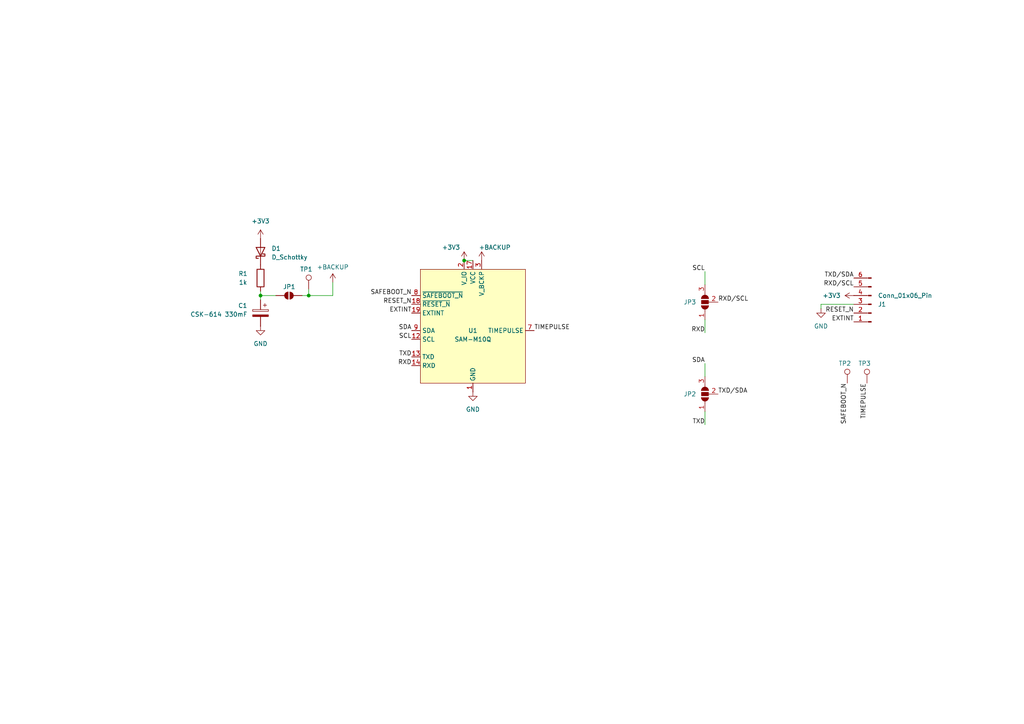
<source format=kicad_sch>
(kicad_sch (version 20250114) (generator "eeschema") (generator_version "9.0")
  (paper "A4")
  (lib_symbols
    (symbol "Connector:Conn_01x06_Pin" (pin_names (offset 1.016) (hide yes))
      (property "Reference" "J" (at 0 7.62 0))
      (property "Value" "Conn_01x06_Pin" (at 0 -10.16 0))
      (symbol "Conn_01x06_Pin_1_1"
        (rectangle (start 0.8636 5.207) (end 0 4.953) (stroke (width 0.1524)) (fill (type outline)))
        (rectangle (start 0.8636 2.667) (end 0 2.413) (stroke (width 0.1524)) (fill (type outline)))
        (rectangle (start 0.8636 0.127) (end 0 -0.127) (stroke (width 0.1524)) (fill (type outline)))
        (rectangle (start 0.8636 -2.413) (end 0 -2.667) (stroke (width 0.1524)) (fill (type outline)))
        (rectangle (start 0.8636 -4.953) (end 0 -5.207) (stroke (width 0.1524)) (fill (type outline)))
        (rectangle (start 0.8636 -7.493) (end 0 -7.747) (stroke (width 0.1524)) (fill (type outline)))
        (polyline (pts (xy 1.27 5.08) (xy 0.8636 5.08)) (stroke (width 0.1524)))
        (polyline (pts (xy 1.27 2.54) (xy 0.8636 2.54)) (stroke (width 0.1524)))
        (polyline (pts (xy 1.27 0) (xy 0.8636 0)) (stroke (width 0.1524)))
        (polyline (pts (xy 1.27 -2.54) (xy 0.8636 -2.54)) (stroke (width 0.1524)))
        (polyline (pts (xy 1.27 -5.08) (xy 0.8636 -5.08)) (stroke (width 0.1524)))
        (polyline (pts (xy 1.27 -7.62) (xy 0.8636 -7.62)) (stroke (width 0.1524)))
        (pin passive line (at 5.08 5.08 180) (length 3.81) (name "Pin_1") (number "1"))
        (pin passive line (at 5.08 2.54 180) (length 3.81) (name "Pin_2") (number "2"))
        (pin passive line (at 5.08 0 180) (length 3.81) (name "Pin_3") (number "3"))
        (pin passive line (at 5.08 -2.54 180) (length 3.81) (name "Pin_4") (number "4"))
        (pin passive line (at 5.08 -5.08 180) (length 3.81) (name "Pin_5") (number "5"))
        (pin passive line (at 5.08 -7.62 180) (length 3.81) (name "Pin_6") (number "6"))
      )
    )
    (symbol "Connector:TestPoint" (pin_numbers (hide yes)) (pin_names (offset 0.762) (hide yes))
      (property "Reference" "TP" (at 0 6.858 0))
      (property "Value" "TestPoint" (at 0 5.08 0))
      (symbol "TestPoint_0_1"
        (circle (center 0 3.302) (radius 0.762))
      )
      (symbol "TestPoint_1_1"
        (pin passive line (at 0 0 90) (length 2.54) (name "1") (number "1"))
      )
    )
    (symbol "Device:C_Polarized" (pin_numbers (hide yes)) (pin_names (offset 0.254))
      (property "Reference" "C" (at 0.635 2.54 0))
      (property "Value" "C_Polarized" (at 0.635 -2.54 0))
      (symbol "C_Polarized_0_1"
        (rectangle (start -2.286 0.508) (end 2.286 1.016))
        (polyline (pts (xy -1.778 2.286) (xy -0.762 2.286)))
        (polyline (pts (xy -1.27 2.794) (xy -1.27 1.778)))
        (rectangle (start 2.286 -0.508) (end -2.286 -1.016) (fill (type outline)))
      )
      (symbol "C_Polarized_1_1"
        (pin passive line (at 0 3.81 270) (length 2.794) (name "~") (number "1"))
        (pin passive line (at 0 -3.81 90) (length 2.794) (name "~") (number "2"))
      )
    )
    (symbol "Device:D_Schottky" (pin_numbers (hide yes)) (pin_names (offset 1.016) (hide yes))
      (property "Reference" "D" (at 0 2.54 0))
      (property "Value" "D_Schottky" (at 0 -2.54 0))
      (symbol "D_Schottky_0_1"
        (polyline (pts (xy -1.905 0.635) (xy -1.905 1.27) (xy -1.27 1.27) (xy -1.27 -1.27) (xy -0.635 -1.27) (xy -0.635 -0.635)) (stroke (width 0.254)))
        (polyline (pts (xy 1.27 1.27) (xy 1.27 -1.27) (xy -1.27 0) (xy 1.27 1.27)) (stroke (width 0.254)))
        (polyline (pts (xy 1.27 0) (xy -1.27 0)))
      )
      (symbol "D_Schottky_1_1"
        (pin passive line (at -3.81 0 0) (length 2.54) (name "K") (number "1"))
        (pin passive line (at 3.81 0 180) (length 2.54) (name "A") (number "2"))
      )
    )
    (symbol "Device:R" (pin_numbers (hide yes)) (pin_names (offset 0))
      (property "Reference" "R" (at 2.032 0 90))
      (property "Value" "R" (at 0 0 90))
      (symbol "R_0_1"
        (rectangle (start -1.016 -2.54) (end 1.016 2.54) (stroke (width 0.254)))
      )
      (symbol "R_1_1"
        (pin passive line (at 0 3.81 270) (length 1.27) (name "~") (number "1"))
        (pin passive line (at 0 -3.81 90) (length 1.27) (name "~") (number "2"))
      )
    )
    (symbol "Jumper:SolderJumper_2_Open" (pin_numbers (hide yes)) (pin_names (offset 0) (hide yes)) (in_bom no)
      (property "Reference" "JP" (at 0 2.032 0))
      (property "Value" "SolderJumper_2_Open" (at 0 -2.54 0))
      (symbol "SolderJumper_2_Open_0_1"
        (polyline (pts (xy -0.254 1.016) (xy -0.254 -1.016)))
        (arc (start -0.254 -1.016) (mid -1.2656 0) (end -0.254 1.016))
        (arc (start -0.254 -1.016) (mid -1.2656 0) (end -0.254 1.016) (fill (type outline)))
        (arc (start 0.254 1.016) (mid 1.2656 0) (end 0.254 -1.016))
        (arc (start 0.254 1.016) (mid 1.2656 0) (end 0.254 -1.016) (fill (type outline)))
        (polyline (pts (xy 0.254 1.016) (xy 0.254 -1.016)))
      )
      (symbol "SolderJumper_2_Open_1_1"
        (pin passive line (at -3.81 0 0) (length 2.54) (name "A") (number "1"))
        (pin passive line (at 3.81 0 180) (length 2.54) (name "B") (number "2"))
      )
    )
    (symbol "Jumper:SolderJumper_3_Open" (pin_names (offset 0) (hide yes)) (in_bom no)
      (property "Reference" "JP" (at -2.54 -2.54 0))
      (property "Value" "SolderJumper_3_Open" (at 0 2.794 0))
      (symbol "SolderJumper_3_Open_0_1"
        (polyline (pts (xy -2.54 0) (xy -2.032 0)))
        (polyline (pts (xy -1.016 1.016) (xy -1.016 -1.016)))
        (arc (start -1.016 -1.016) (mid -2.0276 0) (end -1.016 1.016))
        (arc (start -1.016 -1.016) (mid -2.0276 0) (end -1.016 1.016) (fill (type outline)))
        (rectangle (start -0.508 1.016) (end 0.508 -1.016) (fill (type outline)))
        (polyline (pts (xy 0 -1.27) (xy 0 -1.016)))
        (arc (start 1.016 1.016) (mid 2.0276 0) (end 1.016 -1.016))
        (arc (start 1.016 1.016) (mid 2.0276 0) (end 1.016 -1.016) (fill (type outline)))
        (polyline (pts (xy 1.016 1.016) (xy 1.016 -1.016)))
        (polyline (pts (xy 2.54 0) (xy 2.032 0)))
      )
      (symbol "SolderJumper_3_Open_1_1"
        (pin passive line (at -5.08 0 0) (length 2.54) (name "A") (number "1"))
        (pin passive line (at 0 -3.81 90) (length 2.54) (name "C") (number "2"))
        (pin passive line (at 5.08 0 180) (length 2.54) (name "B") (number "3"))
      )
    )
    (symbol "_symbols:SAM-M10Q"
      (property "Reference" "U" (at 0 0 0))
      (property "Value" "SAM-M10Q" (at 0 2.286 0))
      (symbol "SAM-M10Q_0_1"
        (rectangle (start -15.24 17.78) (end 15.24 -15.24) (fill (type background)))
      )
      (symbol "SAM-M10Q_1_1"
        (pin input line (at -17.78 10.16 0) (length 2.54) (name "~{SAFEBOOT_N}") (number "8"))
        (pin input line (at -17.78 7.62 0) (length 2.54) (name "~{RESET_N}") (number "18"))
        (pin input line (at -17.78 5.08 0) (length 2.54) (name "EXTINT") (number "19"))
        (pin bidirectional line (at -17.78 0 0) (length 2.54) (name "SDA") (number "9"))
        (pin input line (at -17.78 -2.54 0) (length 2.54) (name "SCL") (number "12"))
        (pin output line (at -17.78 -7.62 0) (length 2.54) (name "TXD") (number "13"))
        (pin input line (at -17.78 -10.16 0) (length 2.54) (name "RXD") (number "14"))
        (pin power_in line (at -2.54 20.32 270) (length 2.54) (name "V_IO") (number "2"))
        (pin power_in line (at 0 20.32 270) (length 2.54) (name "VCC") (number "17"))
        (pin power_in line (at 0 -17.78 90) (length 2.54) (name "GND") (number "1"))
        (pin power_in line (at 0 -17.78 90) (length 2.54) (hide yes) (name "GND") (number "10"))
        (pin power_in line (at 0 -17.78 90) (length 2.54) (hide yes) (name "GND") (number "11"))
        (pin power_in line (at 0 -17.78 90) (length 2.54) (hide yes) (name "GND") (number "15"))
        (pin power_in line (at 0 -17.78 90) (length 2.54) (hide yes) (name "GND") (number "16"))
        (pin power_in line (at 0 -17.78 90) (length 2.54) (hide yes) (name "GND") (number "20"))
        (pin power_in line (at 0 -17.78 90) (length 2.54) (hide yes) (name "GND") (number "4"))
        (pin power_in line (at 0 -17.78 90) (length 2.54) (hide yes) (name "GND") (number "5"))
        (pin power_in line (at 0 -17.78 90) (length 2.54) (hide yes) (name "GND") (number "6"))
        (pin power_in line (at 2.54 20.32 270) (length 2.54) (name "V_BCKP") (number "3"))
        (pin output line (at 17.78 0 180) (length 2.54) (name "TIMEPULSE") (number "7"))
      )
    )
    (symbol "power:+3V3" (power) (pin_numbers (hide yes)) (pin_names (offset 0) (hide yes))
      (property "Value" "+3V3" (at 0 3.556 0))
      (symbol "+3V3_0_1"
        (polyline (pts (xy -0.762 1.27) (xy 0 2.54)))
        (polyline (pts (xy 0 2.54) (xy 0.762 1.27)))
        (polyline (pts (xy 0 0) (xy 0 2.54)))
      )
      (symbol "+3V3_1_1"
        (pin power_in line (at 0 0 90) (length 0) (name "~") (number "1"))
      )
    )
    (symbol "power:+BATT" (power) (pin_numbers (hide yes)) (pin_names (offset 0) (hide yes))
      (property "Value" "+BATT" (at 0 3.556 0))
      (symbol "+BATT_0_1"
        (polyline (pts (xy -0.762 1.27) (xy 0 2.54)))
        (polyline (pts (xy 0 2.54) (xy 0.762 1.27)))
        (polyline (pts (xy 0 0) (xy 0 2.54)))
      )
      (symbol "+BATT_1_1"
        (pin power_in line (at 0 0 90) (length 0) (name "~") (number "1"))
      )
    )
    (symbol "power:GND" (power) (pin_numbers (hide yes)) (pin_names (offset 0) (hide yes))
      (property "Value" "GND" (at 0 -3.81 0))
      (symbol "GND_0_1"
        (polyline (pts (xy 0 0) (xy 0 -1.27) (xy 1.27 -1.27) (xy 0 -2.54) (xy -1.27 -1.27) (xy 0 -1.27)))
      )
      (symbol "GND_1_1"
        (pin power_in line (at 0 0 270) (length 0) (name "~") (number "1"))
      )
    )
  )
  (junction (at 134.62 75.565))
  (junction (at 75.565 85.725))
  (junction (at 89.535 85.725))
  (wire (pts (xy 80.01 85.725) (xy 75.565 85.725)))
  (wire (pts (xy 204.47 105.41) (xy 204.47 109.22)))
  (wire (pts (xy 204.47 78.74) (xy 204.47 82.55)))
  (wire (pts (xy 75.565 84.455) (xy 75.565 85.725)))
  (wire (pts (xy 134.62 75.565) (xy 137.16 75.565)))
  (wire (pts (xy 238.125 89.535) (xy 238.125 88.265)))
  (wire (pts (xy 87.63 85.725) (xy 89.535 85.725)))
  (wire (pts (xy 89.535 83.82) (xy 89.535 85.725)))
  (wire (pts (xy 204.47 96.52) (xy 204.47 92.71)))
  (wire (pts (xy 89.535 85.725) (xy 96.52 85.725)))
  (wire (pts (xy 75.565 85.725) (xy 75.565 86.995)))
  (wire (pts (xy 238.125 88.265) (xy 247.65 88.265)))
  (wire (pts (xy 204.47 123.19) (xy 204.47 119.38)))
  (wire (pts (xy 96.52 81.915) (xy 96.52 85.725)))
  (label "SAFEBOOT_N" (at 119.38 85.725 180))
  (label "EXTINT" (at 247.65 93.345 180))
  (label "TIMEPULSE" (at 154.94 95.885 0))
  (label "RXD" (at 119.38 106.045 180))
  (label "TIMEPULSE" (at 251.46 111.125 270))
  (label "SCL" (at 119.38 98.425 180))
  (label "TXD" (at 204.47 123.19 180))
  (label "TXD{slash}SDA" (at 208.28 114.3 0))
  (label "RXD{slash}SCL" (at 247.65 83.185 180))
  (label "RXD" (at 204.47 96.52 180))
  (label "SCL" (at 204.47 78.74 180))
  (label "RXD{slash}SCL" (at 208.28 87.63 0))
  (label "SDA" (at 119.38 95.885 180))
  (label "RESET_N" (at 119.38 88.265 180))
  (label "EXTINT" (at 119.38 90.805 180))
  (label "TXD" (at 119.38 103.505 180))
  (label "RESET_N" (at 247.65 90.805 180))
  (label "SDA" (at 204.47 105.41 180))
  (label "SAFEBOOT_N" (at 245.745 111.125 270))
  (label "TXD{slash}SDA" (at 247.65 80.645 180))
  (symbol (lib_id "Device:C_Polarized") (at 75.565 90.805 0) (mirror y) (unit 1)
    (property "Reference" "C1" (at 71.755 88.6459 0) (effects (justify left)))
    (property "Value" "CSK-614 330mF" (at 71.755 91.1859 0) (effects (justify left)))
    (property "Footprint" "_footprints:CP_CSK-334" (effects (hide yes)))
    (property "Datasheet" "https://media.digikey.com/pdf/Data%20Sheets/Elna%20America%20Inc/CS1_CSK-614_621_Series.pdf" (effects (hide yes)))
    (property "Description" "Polarized capacitor" (effects (hide yes)))
    (property "Link" "https://www.digikey.com/en/products/detail/elna-america/RSCSK3343R3D02008T/3283816?s=N4IgTCBcDaIGwAYAsBaATgZwMYYNYGZ8l818ATBMBBADgBcs6UA7MkAXQF8g" (effects (hide yes)))
  )
  (symbol (lib_id "power:+BATT") (at 96.52 81.915 0) (unit 1)
    (property "Reference" "#PWR06" (effects (hide yes)))
    (property "Value" "+BACKUP" (at 96.52 77.47 0))
    (property "Description" "Power symbol creates a global label with name \"+BATT\"" (effects (hide yes)))
  )
  (symbol (lib_id "Jumper:SolderJumper_2_Open") (at 83.82 85.725 0) (mirror y) (unit 1) (in_bom no)
    (property "Reference" "JP1" (at 85.725 83.185 0) (effects (justify left)))
    (property "Value" "SolderJumper_2_Open" (effects (hide yes)))
    (property "Footprint" "Jumper:SolderJumper-2_P1.3mm_Open_RoundedPad1.0x1.5mm" (effects (hide yes)))
    (property "Description" "Solder Jumper, 2-pole, open" (effects (hide yes)))
  )
  (symbol (lib_id "Jumper:SolderJumper_3_Open") (at 204.47 87.63 90) (unit 1) (in_bom no)
    (property "Reference" "JP3" (at 201.93 87.6299 90) (effects (justify left)))
    (property "Value" "SolderJumper_3_Open" (effects (hide yes)))
    (property "Footprint" "Jumper:SolderJumper-3_P1.3mm_Open_RoundedPad1.0x1.5mm" (effects (hide yes)))
    (property "Description" "Solder Jumper, 3-pole, open" (effects (hide yes)))
  )
  (symbol (lib_id "power:GND") (at 137.16 113.665 0) (unit 1)
    (property "Reference" "#PWR03" (effects (hide yes)))
    (property "Value" "GND" (at 137.16 118.745 0))
    (property "Description" "Power symbol creates a global label with name \"GND\" , ground" (effects (hide yes)))
  )
  (symbol (lib_id "Connector:TestPoint") (at 251.46 111.125 0) (unit 1)
    (property "Reference" "TP3" (at 248.92 105.41 0) (effects (justify left)))
    (property "Value" "TestPoint" (effects (hide yes)))
    (property "Footprint" "TestPoint:TestPoint_Pad_D1.5mm" (effects (hide yes)))
    (property "Description" "test point" (effects (hide yes)))
  )
  (symbol (lib_id "power:+3V3") (at 247.65 85.725 90) (unit 1)
    (property "Reference" "#PWR09" (effects (hide yes)))
    (property "Value" "+3V3" (at 243.84 85.7249 90) (effects (justify left)))
    (property "Description" "Power symbol creates a global label with name \"+3V3\"" (effects (hide yes)))
  )
  (symbol (lib_id "Jumper:SolderJumper_3_Open") (at 204.47 114.3 90) (unit 1) (in_bom no)
    (property "Reference" "JP2" (at 201.93 114.2999 90) (effects (justify left)))
    (property "Value" "SolderJumper_3_Open" (effects (hide yes)))
    (property "Footprint" "Jumper:SolderJumper-3_P1.3mm_Open_RoundedPad1.0x1.5mm" (effects (hide yes)))
    (property "Description" "Solder Jumper, 3-pole, open" (effects (hide yes)))
  )
  (symbol (lib_id "power:GND") (at 238.125 89.535 0) (unit 1)
    (property "Reference" "#PWR08" (effects (hide yes)))
    (property "Value" "GND" (at 238.125 94.615 0))
    (property "Description" "Power symbol creates a global label with name \"GND\" , ground" (effects (hide yes)))
  )
  (symbol (lib_id "_symbols:SAM-M10Q") (at 137.16 95.885 0) (unit 1)
    (property "Reference" "U1" (at 137.16 95.885 0))
    (property "Value" "SAM-M10Q" (at 137.16 98.425 0))
    (property "Footprint" "_footprints:SAM-M10Q" (effects (hide yes)))
    (property "Datasheet" "https://content.u-blox.com/sites/default/files/documents/SAM-M10Q_DataSheet_UBX-22013293.pdf" (effects (hide yes)))
  )
  (symbol (lib_id "power:+BATT") (at 139.7 75.565 0) (unit 1)
    (property "Reference" "#PWR02" (effects (hide yes)))
    (property "Value" "+BACKUP" (at 143.51 71.755 0))
    (property "Description" "Power symbol creates a global label with name \"+BATT\"" (effects (hide yes)))
  )
  (symbol (lib_id "Device:R") (at 75.565 80.645 0) (mirror x) (unit 1)
    (property "Reference" "R1" (at 70.485 79.375 0))
    (property "Value" "1k" (at 70.485 81.915 0))
    (property "Footprint" "Resistor_SMD:R_0603_1608Metric_Pad0.98x0.95mm_HandSolder" (effects (hide yes)))
    (property "Description" "Resistor" (effects (hide yes)))
  )
  (symbol (lib_id "Connector:Conn_01x06_Pin") (at 252.73 88.265 180) (unit 1)
    (property "Reference" "J1" (at 254.635 88.2651 0) (effects (justify right)))
    (property "Value" "Conn_01x06_Pin" (at 254.635 85.7251 0) (effects (justify right)))
    (property "Footprint" "_footprints:JST_XH_1x06_P2.54mm_Horizontal" (effects (hide yes)))
    (property "Description" "Generic connector, single row, 01x06, script generated" (effects (hide yes)))
  )
  (symbol (lib_id "Connector:TestPoint") (at 245.745 111.125 0) (unit 1)
    (property "Reference" "TP2" (at 243.205 105.41 0) (effects (justify left)))
    (property "Value" "TestPoint" (effects (hide yes)))
    (property "Footprint" "TestPoint:TestPoint_Pad_D1.5mm" (effects (hide yes)))
    (property "Description" "test point" (effects (hide yes)))
  )
  (symbol (lib_id "power:GND") (at 75.565 94.615 0) (unit 1)
    (property "Reference" "#PWR01" (effects (hide yes)))
    (property "Value" "GND" (at 75.565 99.695 0))
    (property "Description" "Power symbol creates a global label with name \"GND\" , ground" (effects (hide yes)))
  )
  (symbol (lib_id "Connector:TestPoint") (at 89.535 83.82 0) (unit 1)
    (property "Reference" "TP1" (at 86.995 78.105 0) (effects (justify left)))
    (property "Value" "TestPoint" (effects (hide yes)))
    (property "Footprint" "TestPoint:TestPoint_Pad_D1.5mm" (effects (hide yes)))
    (property "Description" "test point" (effects (hide yes)))
  )
  (symbol (lib_id "power:+3V3") (at 134.62 75.565 0) (unit 1)
    (property "Reference" "#PWR05" (effects (hide yes)))
    (property "Value" "+3V3" (at 130.81 71.755 0))
    (property "Description" "Power symbol creates a global label with name \"+3V3\"" (effects (hide yes)))
  )
  (symbol (lib_id "power:+3V3") (at 75.565 69.215 0) (mirror y) (unit 1)
    (property "Reference" "#PWR07" (effects (hide yes)))
    (property "Value" "+3V3" (at 75.565 64.135 0))
    (property "Description" "Power symbol creates a global label with name \"+3V3\"" (effects (hide yes)))
  )
  (symbol (lib_id "Device:D_Schottky") (at 75.565 73.025 90) (unit 1)
    (property "Reference" "D1" (at 78.74 72.0724 90) (effects (justify right)))
    (property "Value" "D_Schottky" (at 78.74 74.6124 90) (effects (justify right)))
    (property "Description" "Schottky diode" (effects (hide yes)))
  )
)
</source>
